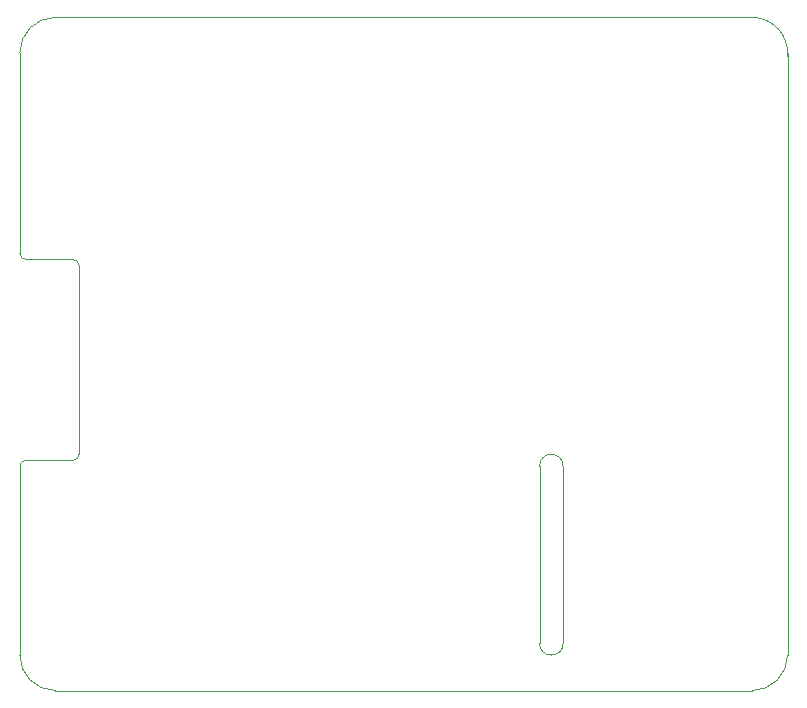
<source format=gm1>
G04 #@! TF.GenerationSoftware,KiCad,Pcbnew,7.0.10-7.0.10~ubuntu22.04.1*
G04 #@! TF.CreationDate,2024-01-29T17:30:26+05:30*
G04 #@! TF.ProjectId,bir-weather-hat,6269722d-7765-4617-9468-65722d686174,rev?*
G04 #@! TF.SameCoordinates,Original*
G04 #@! TF.FileFunction,Profile,NP*
%FSLAX46Y46*%
G04 Gerber Fmt 4.6, Leading zero omitted, Abs format (unit mm)*
G04 Created by KiCad (PCBNEW 7.0.10-7.0.10~ubuntu22.04.1) date 2024-01-29 17:30:26*
%MOMM*%
%LPD*%
G01*
G04 APERTURE LIST*
G04 #@! TA.AperFunction,Profile*
%ADD10C,0.050000*%
G04 #@! TD*
G04 #@! TA.AperFunction,Profile*
%ADD11C,0.100000*%
G04 #@! TD*
G04 APERTURE END LIST*
D10*
X164999999Y-46300000D02*
X165000000Y-46021320D01*
X162000000Y-43000000D02*
X161901055Y-43010030D01*
D11*
X104500000Y-80500000D02*
G75*
G03*
X105000000Y-80000000I46447J453553D01*
G01*
X164999999Y-46300000D02*
G75*
G03*
X161901055Y-43010030I-2999999J278680D01*
G01*
X100000000Y-63000000D02*
G75*
G03*
X100500000Y-63500000I500000J0D01*
G01*
X165000000Y-97000000D02*
X165000000Y-46021320D01*
X100000000Y-46000000D02*
X100000000Y-63000000D01*
X146000000Y-81000000D02*
X146000000Y-96000000D01*
X144000000Y-96000000D02*
X144000000Y-81000000D01*
X100000000Y-97000000D02*
G75*
G03*
X103000000Y-100000000I3000000J0D01*
G01*
X103000000Y-100000000D02*
X162000000Y-100000000D01*
X104500000Y-80500000D02*
X100500000Y-80500000D01*
X146000000Y-81000000D02*
G75*
G03*
X144000000Y-81000000I-1000000J0D01*
G01*
X100499127Y-80500001D02*
G75*
G03*
X100000000Y-81000000I873J-499999D01*
G01*
X162000000Y-100000000D02*
G75*
G03*
X165000000Y-97000000I0J3000000D01*
G01*
X105000000Y-64000000D02*
X105000000Y-80000000D01*
X103000000Y-43000000D02*
G75*
G03*
X100000000Y-46000000I0J-3000000D01*
G01*
X144000000Y-96000000D02*
G75*
G03*
X146000000Y-96000000I1000000J0D01*
G01*
X100000000Y-81000000D02*
X100000000Y-97000000D01*
X100500000Y-63500000D02*
X104500000Y-63500000D01*
X105000000Y-64000000D02*
G75*
G03*
X104500000Y-63500000I-500000J0D01*
G01*
X162000000Y-43000000D02*
X103000000Y-43000000D01*
M02*

</source>
